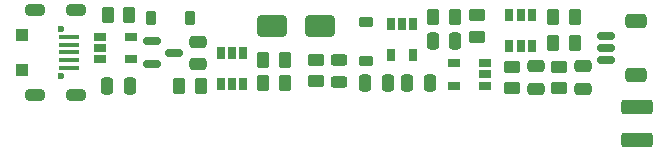
<source format=gbr>
%TF.GenerationSoftware,KiCad,Pcbnew,7.0.8*%
%TF.CreationDate,2024-01-10T16:11:44+11:00*%
%TF.ProjectId,cphp82001-pcb,63706870-3832-4303-9031-2d7063622e6b,2.2*%
%TF.SameCoordinates,Original*%
%TF.FileFunction,Soldermask,Top*%
%TF.FilePolarity,Negative*%
%FSLAX46Y46*%
G04 Gerber Fmt 4.6, Leading zero omitted, Abs format (unit mm)*
G04 Created by KiCad (PCBNEW 7.0.8) date 2024-01-10 16:11:44*
%MOMM*%
%LPD*%
G01*
G04 APERTURE LIST*
G04 Aperture macros list*
%AMRoundRect*
0 Rectangle with rounded corners*
0 $1 Rounding radius*
0 $2 $3 $4 $5 $6 $7 $8 $9 X,Y pos of 4 corners*
0 Add a 4 corners polygon primitive as box body*
4,1,4,$2,$3,$4,$5,$6,$7,$8,$9,$2,$3,0*
0 Add four circle primitives for the rounded corners*
1,1,$1+$1,$2,$3*
1,1,$1+$1,$4,$5*
1,1,$1+$1,$6,$7*
1,1,$1+$1,$8,$9*
0 Add four rect primitives between the rounded corners*
20,1,$1+$1,$2,$3,$4,$5,0*
20,1,$1+$1,$4,$5,$6,$7,0*
20,1,$1+$1,$6,$7,$8,$9,0*
20,1,$1+$1,$8,$9,$2,$3,0*%
G04 Aperture macros list end*
%ADD10RoundRect,0.250000X-1.000000X-0.650000X1.000000X-0.650000X1.000000X0.650000X-1.000000X0.650000X0*%
%ADD11RoundRect,0.225000X-0.375000X0.225000X-0.375000X-0.225000X0.375000X-0.225000X0.375000X0.225000X0*%
%ADD12RoundRect,0.250000X-0.475000X0.250000X-0.475000X-0.250000X0.475000X-0.250000X0.475000X0.250000X0*%
%ADD13RoundRect,0.243750X0.456250X-0.243750X0.456250X0.243750X-0.456250X0.243750X-0.456250X-0.243750X0*%
%ADD14RoundRect,0.050000X-0.500000X-0.250000X0.500000X-0.250000X0.500000X0.250000X-0.500000X0.250000X0*%
%ADD15RoundRect,0.250000X-0.250000X-0.475000X0.250000X-0.475000X0.250000X0.475000X-0.250000X0.475000X0*%
%ADD16RoundRect,0.050000X0.250000X-0.500000X0.250000X0.500000X-0.250000X0.500000X-0.250000X-0.500000X0*%
%ADD17C,0.600000*%
%ADD18R,1.800000X0.400000*%
%ADD19O,1.800000X1.100000*%
%ADD20R,1.000000X1.100000*%
%ADD21RoundRect,0.250000X0.262500X0.450000X-0.262500X0.450000X-0.262500X-0.450000X0.262500X-0.450000X0*%
%ADD22RoundRect,0.250000X-1.075000X0.375000X-1.075000X-0.375000X1.075000X-0.375000X1.075000X0.375000X0*%
%ADD23RoundRect,0.250000X-0.262500X-0.450000X0.262500X-0.450000X0.262500X0.450000X-0.262500X0.450000X0*%
%ADD24RoundRect,0.250000X0.250000X0.475000X-0.250000X0.475000X-0.250000X-0.475000X0.250000X-0.475000X0*%
%ADD25RoundRect,0.150000X-0.587500X-0.150000X0.587500X-0.150000X0.587500X0.150000X-0.587500X0.150000X0*%
%ADD26RoundRect,0.050000X-0.250000X0.500000X-0.250000X-0.500000X0.250000X-0.500000X0.250000X0.500000X0*%
%ADD27RoundRect,0.250000X0.450000X-0.262500X0.450000X0.262500X-0.450000X0.262500X-0.450000X-0.262500X0*%
%ADD28RoundRect,0.250000X-0.450000X0.262500X-0.450000X-0.262500X0.450000X-0.262500X0.450000X0.262500X0*%
%ADD29RoundRect,0.150000X-0.625000X0.150000X-0.625000X-0.150000X0.625000X-0.150000X0.625000X0.150000X0*%
%ADD30RoundRect,0.250000X-0.650000X0.350000X-0.650000X-0.350000X0.650000X-0.350000X0.650000X0.350000X0*%
%ADD31RoundRect,0.050000X0.500000X0.250000X-0.500000X0.250000X-0.500000X-0.250000X0.500000X-0.250000X0*%
%ADD32RoundRect,0.225000X0.225000X0.375000X-0.225000X0.375000X-0.225000X-0.375000X0.225000X-0.375000X0*%
G04 APERTURE END LIST*
D10*
%TO.C,D2*%
X22400000Y-2950000D03*
X26400000Y-2950000D03*
%TD*%
D11*
%TO.C,D4*%
X30300000Y-2650000D03*
X30300000Y-5950000D03*
%TD*%
D12*
%TO.C,C5*%
X48700000Y-6350000D03*
X48700000Y-8250000D03*
%TD*%
D13*
%TO.C,D3*%
X28000000Y-7675000D03*
X28000000Y-5800000D03*
%TD*%
D14*
%TO.C,U6*%
X7800000Y-3850000D03*
X7800000Y-4800000D03*
X7800000Y-5750000D03*
X10400000Y-5750000D03*
X10400000Y-3850000D03*
%TD*%
D15*
%TO.C,C7*%
X30250000Y-7800000D03*
X32150000Y-7800000D03*
%TD*%
%TO.C,C6*%
X8400000Y-8000000D03*
X10300000Y-8000000D03*
%TD*%
D16*
%TO.C,U1*%
X18025000Y-7837500D03*
X18975000Y-7837500D03*
X19925000Y-7837500D03*
X19925000Y-5237500D03*
X18975000Y-5237500D03*
X18025000Y-5237500D03*
%TD*%
D17*
%TO.C,J1*%
X4480000Y-3175000D03*
X4480000Y-7175000D03*
D18*
X5190000Y-3875000D03*
X5190000Y-4525000D03*
X5190000Y-5167222D03*
X5190000Y-5825000D03*
X5190000Y-6475000D03*
D19*
X5800000Y-1600000D03*
X2330000Y-1600000D03*
D20*
X1180000Y-3675000D03*
X1180000Y-6675000D03*
D19*
X5800000Y-8750000D03*
X2330000Y-8750000D03*
%TD*%
D12*
%TO.C,C4*%
X44700000Y-6350000D03*
X44700000Y-8250000D03*
%TD*%
D21*
%TO.C,R1*%
X23462500Y-5800000D03*
X21637500Y-5800000D03*
%TD*%
D22*
%TO.C,F1*%
X53300000Y-9800000D03*
X53300000Y-12600000D03*
%TD*%
D23*
%TO.C,R8*%
X21625000Y-7800000D03*
X23450000Y-7800000D03*
%TD*%
D21*
%TO.C,R13*%
X16325000Y-8000000D03*
X14500000Y-8000000D03*
%TD*%
D24*
%TO.C,C3*%
X35700000Y-7800000D03*
X33800000Y-7800000D03*
%TD*%
D25*
%TO.C,Q1*%
X12200000Y-4250000D03*
X12200000Y-6150000D03*
X14075000Y-5200000D03*
%TD*%
D26*
%TO.C,U4*%
X44350000Y-2025000D03*
X43400000Y-2025000D03*
X42450000Y-2025000D03*
X42450000Y-4625000D03*
X43400000Y-4625000D03*
X44350000Y-4625000D03*
%TD*%
D27*
%TO.C,R7*%
X46700000Y-8212500D03*
X46700000Y-6387500D03*
%TD*%
D26*
%TO.C,U3*%
X34300000Y-2787500D03*
X33350000Y-2787500D03*
X32400000Y-2787500D03*
X32400000Y-5387500D03*
X34300000Y-5387500D03*
%TD*%
D28*
%TO.C,R10*%
X42700000Y-6387500D03*
X42700000Y-8212500D03*
%TD*%
D27*
%TO.C,R2*%
X26050000Y-7612500D03*
X26050000Y-5787500D03*
%TD*%
D28*
%TO.C,R5*%
X39700000Y-2037500D03*
X39700000Y-3862500D03*
%TD*%
D29*
%TO.C,BT1*%
X50675000Y-3800000D03*
X50675000Y-4800000D03*
X50675000Y-5800000D03*
D30*
X53200000Y-2500000D03*
X53200000Y-7100000D03*
%TD*%
D23*
%TO.C,R4*%
X36000000Y-2200000D03*
X37825000Y-2200000D03*
%TD*%
%TO.C,R11*%
X46187500Y-2200000D03*
X48012500Y-2200000D03*
%TD*%
D31*
%TO.C,U2*%
X40375000Y-8000000D03*
X40375000Y-7050000D03*
X40375000Y-6100000D03*
X37775000Y-6100000D03*
X37775000Y-8000000D03*
%TD*%
D23*
%TO.C,R9*%
X8450000Y-1975000D03*
X10275000Y-1975000D03*
%TD*%
D32*
%TO.C,D1*%
X15400000Y-2250000D03*
X12100000Y-2250000D03*
%TD*%
D12*
%TO.C,C1*%
X16125000Y-4300000D03*
X16125000Y-6200000D03*
%TD*%
D24*
%TO.C,C2*%
X37875000Y-4250000D03*
X35975000Y-4250000D03*
%TD*%
D23*
%TO.C,R6*%
X46187500Y-4400000D03*
X48012500Y-4400000D03*
%TD*%
M02*

</source>
